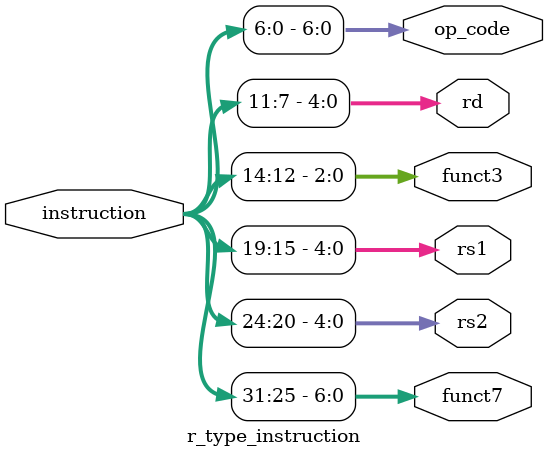
<source format=v>
module r_type_instruction #(parameter WORDSIZE = 64, parameter SIZE = 32)(
    input wire [SIZE-1:0] instruction, /* instrução "crua" */
    output wire [6:0] funct7, /* funct7 da instrução (7 bits) */
    output wire [4:0] rs2, /* rs2 da instrução (5 bits) */
    output wire [4:0] rs1, /* rs1 da instrução (5 bits) */
    output wire [2:0] funct3, /* funct3 da instrução (3 bits) */
    output wire [4:0] rd, /* rd da instrução (5 bits) */
    output wire [6:0] op_code /* op_code da instrução (7 bits) */
);
    /* instruction = 32'b1100100_00010_01100_111_00100_0000110 (exemplo) */
    assign funct7 = instruction[31:25];
    assign rs2 = instruction[24:20];
    assign rs1 = instruction[19:15];
    assign funct3 = instruction[14:12];
    assign rd = instruction[11:7];
    assign op_code = instruction[6:0];
    
endmodule
</source>
